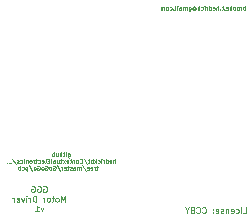
<source format=gbo>
G04 #@! TF.FileFunction,Legend,Bot*
%FSLAX46Y46*%
G04 Gerber Fmt 4.6, Leading zero omitted, Abs format (unit mm)*
G04 Created by KiCad (PCBNEW (2015-01-29 BZR 5396)-product) date 7/20/2015 11:15:25 PM*
%MOMM*%
G01*
G04 APERTURE LIST*
%ADD10C,0.100000*%
%ADD11C,0.125000*%
%ADD12C,0.087500*%
G04 APERTURE END LIST*
D10*
D11*
X149199522Y-114956190D02*
X149437617Y-114956190D01*
X149437617Y-114456190D01*
X149032855Y-114956190D02*
X149032855Y-114622857D01*
X149032855Y-114456190D02*
X149056665Y-114480000D01*
X149032855Y-114503810D01*
X149009046Y-114480000D01*
X149032855Y-114456190D01*
X149032855Y-114503810D01*
X148580475Y-114932381D02*
X148628094Y-114956190D01*
X148723332Y-114956190D01*
X148770951Y-114932381D01*
X148794760Y-114908571D01*
X148818570Y-114860952D01*
X148818570Y-114718095D01*
X148794760Y-114670476D01*
X148770951Y-114646667D01*
X148723332Y-114622857D01*
X148628094Y-114622857D01*
X148580475Y-114646667D01*
X148175713Y-114932381D02*
X148223332Y-114956190D01*
X148318570Y-114956190D01*
X148366189Y-114932381D01*
X148389999Y-114884762D01*
X148389999Y-114694286D01*
X148366189Y-114646667D01*
X148318570Y-114622857D01*
X148223332Y-114622857D01*
X148175713Y-114646667D01*
X148151904Y-114694286D01*
X148151904Y-114741905D01*
X148389999Y-114789524D01*
X147937618Y-114622857D02*
X147937618Y-114956190D01*
X147937618Y-114670476D02*
X147913809Y-114646667D01*
X147866190Y-114622857D01*
X147794761Y-114622857D01*
X147747142Y-114646667D01*
X147723333Y-114694286D01*
X147723333Y-114956190D01*
X147509047Y-114932381D02*
X147461428Y-114956190D01*
X147366190Y-114956190D01*
X147318571Y-114932381D01*
X147294761Y-114884762D01*
X147294761Y-114860952D01*
X147318571Y-114813333D01*
X147366190Y-114789524D01*
X147437618Y-114789524D01*
X147485237Y-114765714D01*
X147509047Y-114718095D01*
X147509047Y-114694286D01*
X147485237Y-114646667D01*
X147437618Y-114622857D01*
X147366190Y-114622857D01*
X147318571Y-114646667D01*
X146889999Y-114932381D02*
X146937618Y-114956190D01*
X147032856Y-114956190D01*
X147080475Y-114932381D01*
X147104285Y-114884762D01*
X147104285Y-114694286D01*
X147080475Y-114646667D01*
X147032856Y-114622857D01*
X146937618Y-114622857D01*
X146889999Y-114646667D01*
X146866190Y-114694286D01*
X146866190Y-114741905D01*
X147104285Y-114789524D01*
X146651904Y-114908571D02*
X146628095Y-114932381D01*
X146651904Y-114956190D01*
X146675714Y-114932381D01*
X146651904Y-114908571D01*
X146651904Y-114956190D01*
X146651904Y-114646667D02*
X146628095Y-114670476D01*
X146651904Y-114694286D01*
X146675714Y-114670476D01*
X146651904Y-114646667D01*
X146651904Y-114694286D01*
X145747143Y-114908571D02*
X145770953Y-114932381D01*
X145842381Y-114956190D01*
X145890000Y-114956190D01*
X145961429Y-114932381D01*
X146009048Y-114884762D01*
X146032857Y-114837143D01*
X146056667Y-114741905D01*
X146056667Y-114670476D01*
X146032857Y-114575238D01*
X146009048Y-114527619D01*
X145961429Y-114480000D01*
X145890000Y-114456190D01*
X145842381Y-114456190D01*
X145770953Y-114480000D01*
X145747143Y-114503810D01*
X145247143Y-114908571D02*
X145270953Y-114932381D01*
X145342381Y-114956190D01*
X145390000Y-114956190D01*
X145461429Y-114932381D01*
X145509048Y-114884762D01*
X145532857Y-114837143D01*
X145556667Y-114741905D01*
X145556667Y-114670476D01*
X145532857Y-114575238D01*
X145509048Y-114527619D01*
X145461429Y-114480000D01*
X145390000Y-114456190D01*
X145342381Y-114456190D01*
X145270953Y-114480000D01*
X145247143Y-114503810D01*
X144866191Y-114694286D02*
X144794762Y-114718095D01*
X144770953Y-114741905D01*
X144747143Y-114789524D01*
X144747143Y-114860952D01*
X144770953Y-114908571D01*
X144794762Y-114932381D01*
X144842381Y-114956190D01*
X145032857Y-114956190D01*
X145032857Y-114456190D01*
X144866191Y-114456190D01*
X144818572Y-114480000D01*
X144794762Y-114503810D01*
X144770953Y-114551429D01*
X144770953Y-114599048D01*
X144794762Y-114646667D01*
X144818572Y-114670476D01*
X144866191Y-114694286D01*
X145032857Y-114694286D01*
X144437619Y-114718095D02*
X144437619Y-114956190D01*
X144604286Y-114456190D02*
X144437619Y-114718095D01*
X144270953Y-114456190D01*
D12*
X134353334Y-109907500D02*
X134353334Y-110190833D01*
X134370000Y-110224167D01*
X134386667Y-110240833D01*
X134420000Y-110257500D01*
X134470000Y-110257500D01*
X134503334Y-110240833D01*
X134353334Y-110124167D02*
X134386667Y-110140833D01*
X134453334Y-110140833D01*
X134486667Y-110124167D01*
X134503334Y-110107500D01*
X134520000Y-110074167D01*
X134520000Y-109974167D01*
X134503334Y-109940833D01*
X134486667Y-109924167D01*
X134453334Y-109907500D01*
X134386667Y-109907500D01*
X134353334Y-109924167D01*
X134186667Y-110140833D02*
X134186667Y-109907500D01*
X134186667Y-109790833D02*
X134203333Y-109807500D01*
X134186667Y-109824167D01*
X134170000Y-109807500D01*
X134186667Y-109790833D01*
X134186667Y-109824167D01*
X134070000Y-109907500D02*
X133936666Y-109907500D01*
X134020000Y-109790833D02*
X134020000Y-110090833D01*
X134003333Y-110124167D01*
X133970000Y-110140833D01*
X133936666Y-110140833D01*
X133820000Y-110140833D02*
X133820000Y-109790833D01*
X133670000Y-110140833D02*
X133670000Y-109957500D01*
X133686666Y-109924167D01*
X133720000Y-109907500D01*
X133770000Y-109907500D01*
X133803333Y-109924167D01*
X133820000Y-109940833D01*
X133353333Y-109907500D02*
X133353333Y-110140833D01*
X133503333Y-109907500D02*
X133503333Y-110090833D01*
X133486666Y-110124167D01*
X133453333Y-110140833D01*
X133403333Y-110140833D01*
X133369999Y-110124167D01*
X133353333Y-110107500D01*
X133186666Y-110140833D02*
X133186666Y-109790833D01*
X133186666Y-109924167D02*
X133153332Y-109907500D01*
X133086666Y-109907500D01*
X133053332Y-109924167D01*
X133036666Y-109940833D01*
X133019999Y-109974167D01*
X133019999Y-110074167D01*
X133036666Y-110107500D01*
X133053332Y-110124167D01*
X133086666Y-110140833D01*
X133153332Y-110140833D01*
X133186666Y-110124167D01*
X138353336Y-110718333D02*
X138353336Y-110368333D01*
X138203336Y-110718333D02*
X138203336Y-110535000D01*
X138220002Y-110501667D01*
X138253336Y-110485000D01*
X138303336Y-110485000D01*
X138336669Y-110501667D01*
X138353336Y-110518333D01*
X137903335Y-110701667D02*
X137936669Y-110718333D01*
X138003335Y-110718333D01*
X138036669Y-110701667D01*
X138053335Y-110668333D01*
X138053335Y-110535000D01*
X138036669Y-110501667D01*
X138003335Y-110485000D01*
X137936669Y-110485000D01*
X137903335Y-110501667D01*
X137886669Y-110535000D01*
X137886669Y-110568333D01*
X138053335Y-110601667D01*
X137586669Y-110718333D02*
X137586669Y-110368333D01*
X137586669Y-110701667D02*
X137620002Y-110718333D01*
X137686669Y-110718333D01*
X137720002Y-110701667D01*
X137736669Y-110685000D01*
X137753335Y-110651667D01*
X137753335Y-110551667D01*
X137736669Y-110518333D01*
X137720002Y-110501667D01*
X137686669Y-110485000D01*
X137620002Y-110485000D01*
X137586669Y-110501667D01*
X137420002Y-110718333D02*
X137420002Y-110485000D01*
X137420002Y-110551667D02*
X137403335Y-110518333D01*
X137386668Y-110501667D01*
X137353335Y-110485000D01*
X137320002Y-110485000D01*
X137203335Y-110718333D02*
X137203335Y-110485000D01*
X137203335Y-110368333D02*
X137220001Y-110385000D01*
X137203335Y-110401667D01*
X137186668Y-110385000D01*
X137203335Y-110368333D01*
X137203335Y-110401667D01*
X136886668Y-110701667D02*
X136920001Y-110718333D01*
X136986668Y-110718333D01*
X137020001Y-110701667D01*
X137036668Y-110685000D01*
X137053334Y-110651667D01*
X137053334Y-110551667D01*
X137036668Y-110518333D01*
X137020001Y-110501667D01*
X136986668Y-110485000D01*
X136920001Y-110485000D01*
X136886668Y-110501667D01*
X136736668Y-110718333D02*
X136736668Y-110368333D01*
X136703334Y-110585000D02*
X136603334Y-110718333D01*
X136603334Y-110485000D02*
X136736668Y-110618333D01*
X136453335Y-110718333D02*
X136453335Y-110368333D01*
X136453335Y-110501667D02*
X136420001Y-110485000D01*
X136353335Y-110485000D01*
X136320001Y-110501667D01*
X136303335Y-110518333D01*
X136286668Y-110551667D01*
X136286668Y-110651667D01*
X136303335Y-110685000D01*
X136320001Y-110701667D01*
X136353335Y-110718333D01*
X136420001Y-110718333D01*
X136453335Y-110701667D01*
X136186668Y-110485000D02*
X136053334Y-110485000D01*
X136136668Y-110368333D02*
X136136668Y-110668333D01*
X136120001Y-110701667D01*
X136086668Y-110718333D01*
X136053334Y-110718333D01*
X135686668Y-110351667D02*
X135986668Y-110801667D01*
X135370001Y-110685000D02*
X135386667Y-110701667D01*
X135436667Y-110718333D01*
X135470001Y-110718333D01*
X135520001Y-110701667D01*
X135553334Y-110668333D01*
X135570001Y-110635000D01*
X135586667Y-110568333D01*
X135586667Y-110518333D01*
X135570001Y-110451667D01*
X135553334Y-110418333D01*
X135520001Y-110385000D01*
X135470001Y-110368333D01*
X135436667Y-110368333D01*
X135386667Y-110385000D01*
X135370001Y-110401667D01*
X135170001Y-110718333D02*
X135203334Y-110701667D01*
X135220001Y-110685000D01*
X135236667Y-110651667D01*
X135236667Y-110551667D01*
X135220001Y-110518333D01*
X135203334Y-110501667D01*
X135170001Y-110485000D01*
X135120001Y-110485000D01*
X135086667Y-110501667D01*
X135070001Y-110518333D01*
X135053334Y-110551667D01*
X135053334Y-110651667D01*
X135070001Y-110685000D01*
X135086667Y-110701667D01*
X135120001Y-110718333D01*
X135170001Y-110718333D01*
X134903334Y-110485000D02*
X134903334Y-110718333D01*
X134903334Y-110518333D02*
X134886667Y-110501667D01*
X134853334Y-110485000D01*
X134803334Y-110485000D01*
X134770000Y-110501667D01*
X134753334Y-110535000D01*
X134753334Y-110718333D01*
X134636667Y-110485000D02*
X134503333Y-110485000D01*
X134586667Y-110368333D02*
X134586667Y-110668333D01*
X134570000Y-110701667D01*
X134536667Y-110718333D01*
X134503333Y-110718333D01*
X134253333Y-110701667D02*
X134286667Y-110718333D01*
X134353333Y-110718333D01*
X134386667Y-110701667D01*
X134403333Y-110668333D01*
X134403333Y-110535000D01*
X134386667Y-110501667D01*
X134353333Y-110485000D01*
X134286667Y-110485000D01*
X134253333Y-110501667D01*
X134236667Y-110535000D01*
X134236667Y-110568333D01*
X134403333Y-110601667D01*
X134120000Y-110718333D02*
X133936667Y-110485000D01*
X134120000Y-110485000D02*
X133936667Y-110718333D01*
X133853334Y-110485000D02*
X133720000Y-110485000D01*
X133803334Y-110368333D02*
X133803334Y-110668333D01*
X133786667Y-110701667D01*
X133753334Y-110718333D01*
X133720000Y-110718333D01*
X133453334Y-110485000D02*
X133453334Y-110718333D01*
X133603334Y-110485000D02*
X133603334Y-110668333D01*
X133586667Y-110701667D01*
X133553334Y-110718333D01*
X133503334Y-110718333D01*
X133470000Y-110701667D01*
X133453334Y-110685000D01*
X133136667Y-110718333D02*
X133136667Y-110535000D01*
X133153333Y-110501667D01*
X133186667Y-110485000D01*
X133253333Y-110485000D01*
X133286667Y-110501667D01*
X133136667Y-110701667D02*
X133170000Y-110718333D01*
X133253333Y-110718333D01*
X133286667Y-110701667D01*
X133303333Y-110668333D01*
X133303333Y-110635000D01*
X133286667Y-110601667D01*
X133253333Y-110585000D01*
X133170000Y-110585000D01*
X133136667Y-110568333D01*
X132920000Y-110718333D02*
X132953333Y-110701667D01*
X132970000Y-110668333D01*
X132970000Y-110368333D01*
X132786667Y-110535000D02*
X132670000Y-110535000D01*
X132620000Y-110718333D02*
X132786667Y-110718333D01*
X132786667Y-110368333D01*
X132620000Y-110368333D01*
X132420000Y-110718333D02*
X132453333Y-110701667D01*
X132470000Y-110668333D01*
X132470000Y-110368333D01*
X132153333Y-110701667D02*
X132186667Y-110718333D01*
X132253333Y-110718333D01*
X132286667Y-110701667D01*
X132303333Y-110668333D01*
X132303333Y-110535000D01*
X132286667Y-110501667D01*
X132253333Y-110485000D01*
X132186667Y-110485000D01*
X132153333Y-110501667D01*
X132136667Y-110535000D01*
X132136667Y-110568333D01*
X132303333Y-110601667D01*
X131836667Y-110701667D02*
X131870000Y-110718333D01*
X131936667Y-110718333D01*
X131970000Y-110701667D01*
X131986667Y-110685000D01*
X132003333Y-110651667D01*
X132003333Y-110551667D01*
X131986667Y-110518333D01*
X131970000Y-110501667D01*
X131936667Y-110485000D01*
X131870000Y-110485000D01*
X131836667Y-110501667D01*
X131736667Y-110485000D02*
X131603333Y-110485000D01*
X131686667Y-110368333D02*
X131686667Y-110668333D01*
X131670000Y-110701667D01*
X131636667Y-110718333D01*
X131603333Y-110718333D01*
X131486667Y-110718333D02*
X131486667Y-110485000D01*
X131486667Y-110551667D02*
X131470000Y-110518333D01*
X131453333Y-110501667D01*
X131420000Y-110485000D01*
X131386667Y-110485000D01*
X131220000Y-110718333D02*
X131253333Y-110701667D01*
X131270000Y-110685000D01*
X131286666Y-110651667D01*
X131286666Y-110551667D01*
X131270000Y-110518333D01*
X131253333Y-110501667D01*
X131220000Y-110485000D01*
X131170000Y-110485000D01*
X131136666Y-110501667D01*
X131120000Y-110518333D01*
X131103333Y-110551667D01*
X131103333Y-110651667D01*
X131120000Y-110685000D01*
X131136666Y-110701667D01*
X131170000Y-110718333D01*
X131220000Y-110718333D01*
X130953333Y-110485000D02*
X130953333Y-110718333D01*
X130953333Y-110518333D02*
X130936666Y-110501667D01*
X130903333Y-110485000D01*
X130853333Y-110485000D01*
X130819999Y-110501667D01*
X130803333Y-110535000D01*
X130803333Y-110718333D01*
X130636666Y-110718333D02*
X130636666Y-110485000D01*
X130636666Y-110368333D02*
X130653332Y-110385000D01*
X130636666Y-110401667D01*
X130619999Y-110385000D01*
X130636666Y-110368333D01*
X130636666Y-110401667D01*
X130319999Y-110701667D02*
X130353332Y-110718333D01*
X130419999Y-110718333D01*
X130453332Y-110701667D01*
X130469999Y-110685000D01*
X130486665Y-110651667D01*
X130486665Y-110551667D01*
X130469999Y-110518333D01*
X130453332Y-110501667D01*
X130419999Y-110485000D01*
X130353332Y-110485000D01*
X130319999Y-110501667D01*
X130186665Y-110701667D02*
X130153332Y-110718333D01*
X130086665Y-110718333D01*
X130053332Y-110701667D01*
X130036665Y-110668333D01*
X130036665Y-110651667D01*
X130053332Y-110618333D01*
X130086665Y-110601667D01*
X130136665Y-110601667D01*
X130169999Y-110585000D01*
X130186665Y-110551667D01*
X130186665Y-110535000D01*
X130169999Y-110501667D01*
X130136665Y-110485000D01*
X130086665Y-110485000D01*
X130053332Y-110501667D01*
X129636666Y-110351667D02*
X129936666Y-110801667D01*
X129519999Y-110685000D02*
X129503332Y-110701667D01*
X129519999Y-110718333D01*
X129536665Y-110701667D01*
X129519999Y-110685000D01*
X129519999Y-110718333D01*
X129353332Y-110685000D02*
X129336665Y-110701667D01*
X129353332Y-110718333D01*
X129369998Y-110701667D01*
X129353332Y-110685000D01*
X129353332Y-110718333D01*
X129186665Y-110685000D02*
X129169998Y-110701667D01*
X129186665Y-110718333D01*
X129203331Y-110701667D01*
X129186665Y-110685000D01*
X129186665Y-110718333D01*
X136886668Y-111062500D02*
X136753334Y-111062500D01*
X136836668Y-110945833D02*
X136836668Y-111245833D01*
X136820001Y-111279167D01*
X136786668Y-111295833D01*
X136753334Y-111295833D01*
X136636668Y-111295833D02*
X136636668Y-111062500D01*
X136636668Y-111129167D02*
X136620001Y-111095833D01*
X136603334Y-111079167D01*
X136570001Y-111062500D01*
X136536668Y-111062500D01*
X136286667Y-111279167D02*
X136320001Y-111295833D01*
X136386667Y-111295833D01*
X136420001Y-111279167D01*
X136436667Y-111245833D01*
X136436667Y-111112500D01*
X136420001Y-111079167D01*
X136386667Y-111062500D01*
X136320001Y-111062500D01*
X136286667Y-111079167D01*
X136270001Y-111112500D01*
X136270001Y-111145833D01*
X136436667Y-111179167D01*
X135986667Y-111279167D02*
X136020001Y-111295833D01*
X136086667Y-111295833D01*
X136120001Y-111279167D01*
X136136667Y-111245833D01*
X136136667Y-111112500D01*
X136120001Y-111079167D01*
X136086667Y-111062500D01*
X136020001Y-111062500D01*
X135986667Y-111079167D01*
X135970001Y-111112500D01*
X135970001Y-111145833D01*
X136136667Y-111179167D01*
X135570001Y-110929167D02*
X135870001Y-111379167D01*
X135453334Y-111295833D02*
X135453334Y-111062500D01*
X135453334Y-111095833D02*
X135436667Y-111079167D01*
X135403334Y-111062500D01*
X135353334Y-111062500D01*
X135320000Y-111079167D01*
X135303334Y-111112500D01*
X135303334Y-111295833D01*
X135303334Y-111112500D02*
X135286667Y-111079167D01*
X135253334Y-111062500D01*
X135203334Y-111062500D01*
X135170000Y-111079167D01*
X135153334Y-111112500D01*
X135153334Y-111295833D01*
X134836667Y-111295833D02*
X134836667Y-111112500D01*
X134853333Y-111079167D01*
X134886667Y-111062500D01*
X134953333Y-111062500D01*
X134986667Y-111079167D01*
X134836667Y-111279167D02*
X134870000Y-111295833D01*
X134953333Y-111295833D01*
X134986667Y-111279167D01*
X135003333Y-111245833D01*
X135003333Y-111212500D01*
X134986667Y-111179167D01*
X134953333Y-111162500D01*
X134870000Y-111162500D01*
X134836667Y-111145833D01*
X134686666Y-111279167D02*
X134653333Y-111295833D01*
X134586666Y-111295833D01*
X134553333Y-111279167D01*
X134536666Y-111245833D01*
X134536666Y-111229167D01*
X134553333Y-111195833D01*
X134586666Y-111179167D01*
X134636666Y-111179167D01*
X134670000Y-111162500D01*
X134686666Y-111129167D01*
X134686666Y-111112500D01*
X134670000Y-111079167D01*
X134636666Y-111062500D01*
X134586666Y-111062500D01*
X134553333Y-111079167D01*
X134436667Y-111062500D02*
X134303333Y-111062500D01*
X134386667Y-110945833D02*
X134386667Y-111245833D01*
X134370000Y-111279167D01*
X134336667Y-111295833D01*
X134303333Y-111295833D01*
X134053333Y-111279167D02*
X134086667Y-111295833D01*
X134153333Y-111295833D01*
X134186667Y-111279167D01*
X134203333Y-111245833D01*
X134203333Y-111112500D01*
X134186667Y-111079167D01*
X134153333Y-111062500D01*
X134086667Y-111062500D01*
X134053333Y-111079167D01*
X134036667Y-111112500D01*
X134036667Y-111145833D01*
X134203333Y-111179167D01*
X133886667Y-111295833D02*
X133886667Y-111062500D01*
X133886667Y-111129167D02*
X133870000Y-111095833D01*
X133853333Y-111079167D01*
X133820000Y-111062500D01*
X133786667Y-111062500D01*
X133420000Y-110929167D02*
X133720000Y-111379167D01*
X133119999Y-110962500D02*
X133153333Y-110945833D01*
X133203333Y-110945833D01*
X133253333Y-110962500D01*
X133286666Y-110995833D01*
X133303333Y-111029167D01*
X133319999Y-111095833D01*
X133319999Y-111145833D01*
X133303333Y-111212500D01*
X133286666Y-111245833D01*
X133253333Y-111279167D01*
X133203333Y-111295833D01*
X133169999Y-111295833D01*
X133119999Y-111279167D01*
X133103333Y-111262500D01*
X133103333Y-111145833D01*
X133169999Y-111145833D01*
X132903333Y-111295833D02*
X132936666Y-111279167D01*
X132953333Y-111262500D01*
X132969999Y-111229167D01*
X132969999Y-111129167D01*
X132953333Y-111095833D01*
X132936666Y-111079167D01*
X132903333Y-111062500D01*
X132853333Y-111062500D01*
X132819999Y-111079167D01*
X132803333Y-111095833D01*
X132786666Y-111129167D01*
X132786666Y-111229167D01*
X132803333Y-111262500D01*
X132819999Y-111279167D01*
X132853333Y-111295833D01*
X132903333Y-111295833D01*
X132453332Y-110962500D02*
X132486666Y-110945833D01*
X132536666Y-110945833D01*
X132586666Y-110962500D01*
X132619999Y-110995833D01*
X132636666Y-111029167D01*
X132653332Y-111095833D01*
X132653332Y-111145833D01*
X132636666Y-111212500D01*
X132619999Y-111245833D01*
X132586666Y-111279167D01*
X132536666Y-111295833D01*
X132503332Y-111295833D01*
X132453332Y-111279167D01*
X132436666Y-111262500D01*
X132436666Y-111145833D01*
X132503332Y-111145833D01*
X132236666Y-111295833D02*
X132269999Y-111279167D01*
X132286666Y-111262500D01*
X132303332Y-111229167D01*
X132303332Y-111129167D01*
X132286666Y-111095833D01*
X132269999Y-111079167D01*
X132236666Y-111062500D01*
X132186666Y-111062500D01*
X132153332Y-111079167D01*
X132136666Y-111095833D01*
X132119999Y-111129167D01*
X132119999Y-111229167D01*
X132136666Y-111262500D01*
X132153332Y-111279167D01*
X132186666Y-111295833D01*
X132236666Y-111295833D01*
X131786665Y-110962500D02*
X131819999Y-110945833D01*
X131869999Y-110945833D01*
X131919999Y-110962500D01*
X131953332Y-110995833D01*
X131969999Y-111029167D01*
X131986665Y-111095833D01*
X131986665Y-111145833D01*
X131969999Y-111212500D01*
X131953332Y-111245833D01*
X131919999Y-111279167D01*
X131869999Y-111295833D01*
X131836665Y-111295833D01*
X131786665Y-111279167D01*
X131769999Y-111262500D01*
X131769999Y-111145833D01*
X131836665Y-111145833D01*
X131569999Y-111295833D02*
X131603332Y-111279167D01*
X131619999Y-111262500D01*
X131636665Y-111229167D01*
X131636665Y-111129167D01*
X131619999Y-111095833D01*
X131603332Y-111079167D01*
X131569999Y-111062500D01*
X131519999Y-111062500D01*
X131486665Y-111079167D01*
X131469999Y-111095833D01*
X131453332Y-111129167D01*
X131453332Y-111229167D01*
X131469999Y-111262500D01*
X131486665Y-111279167D01*
X131519999Y-111295833D01*
X131569999Y-111295833D01*
X131053332Y-110929167D02*
X131353332Y-111379167D01*
X130936665Y-111062500D02*
X130936665Y-111412500D01*
X130936665Y-111079167D02*
X130903331Y-111062500D01*
X130836665Y-111062500D01*
X130803331Y-111079167D01*
X130786665Y-111095833D01*
X130769998Y-111129167D01*
X130769998Y-111229167D01*
X130786665Y-111262500D01*
X130803331Y-111279167D01*
X130836665Y-111295833D01*
X130903331Y-111295833D01*
X130936665Y-111279167D01*
X130469998Y-111279167D02*
X130503331Y-111295833D01*
X130569998Y-111295833D01*
X130603331Y-111279167D01*
X130619998Y-111262500D01*
X130636664Y-111229167D01*
X130636664Y-111129167D01*
X130619998Y-111095833D01*
X130603331Y-111079167D01*
X130569998Y-111062500D01*
X130503331Y-111062500D01*
X130469998Y-111079167D01*
X130319998Y-111295833D02*
X130319998Y-110945833D01*
X130319998Y-111079167D02*
X130286664Y-111062500D01*
X130219998Y-111062500D01*
X130186664Y-111079167D01*
X130169998Y-111095833D01*
X130153331Y-111129167D01*
X130153331Y-111229167D01*
X130169998Y-111262500D01*
X130186664Y-111279167D01*
X130219998Y-111295833D01*
X130286664Y-111295833D01*
X130319998Y-111279167D01*
X149373336Y-97748333D02*
X149373336Y-97398333D01*
X149373336Y-97531667D02*
X149340002Y-97515000D01*
X149273336Y-97515000D01*
X149240002Y-97531667D01*
X149223336Y-97548333D01*
X149206669Y-97581667D01*
X149206669Y-97681667D01*
X149223336Y-97715000D01*
X149240002Y-97731667D01*
X149273336Y-97748333D01*
X149340002Y-97748333D01*
X149373336Y-97731667D01*
X149056669Y-97748333D02*
X149056669Y-97515000D01*
X149056669Y-97581667D02*
X149040002Y-97548333D01*
X149023335Y-97531667D01*
X148990002Y-97515000D01*
X148956669Y-97515000D01*
X148790002Y-97748333D02*
X148823335Y-97731667D01*
X148840002Y-97715000D01*
X148856668Y-97681667D01*
X148856668Y-97581667D01*
X148840002Y-97548333D01*
X148823335Y-97531667D01*
X148790002Y-97515000D01*
X148740002Y-97515000D01*
X148706668Y-97531667D01*
X148690002Y-97548333D01*
X148673335Y-97581667D01*
X148673335Y-97681667D01*
X148690002Y-97715000D01*
X148706668Y-97731667D01*
X148740002Y-97748333D01*
X148790002Y-97748333D01*
X148473335Y-97748333D02*
X148506668Y-97731667D01*
X148523335Y-97715000D01*
X148540001Y-97681667D01*
X148540001Y-97581667D01*
X148523335Y-97548333D01*
X148506668Y-97531667D01*
X148473335Y-97515000D01*
X148423335Y-97515000D01*
X148390001Y-97531667D01*
X148373335Y-97548333D01*
X148356668Y-97581667D01*
X148356668Y-97681667D01*
X148373335Y-97715000D01*
X148390001Y-97731667D01*
X148423335Y-97748333D01*
X148473335Y-97748333D01*
X148206668Y-97748333D02*
X148206668Y-97398333D01*
X148173334Y-97615000D02*
X148073334Y-97748333D01*
X148073334Y-97515000D02*
X148206668Y-97648333D01*
X147790001Y-97731667D02*
X147823335Y-97748333D01*
X147890001Y-97748333D01*
X147923335Y-97731667D01*
X147940001Y-97698333D01*
X147940001Y-97565000D01*
X147923335Y-97531667D01*
X147890001Y-97515000D01*
X147823335Y-97515000D01*
X147790001Y-97531667D01*
X147773335Y-97565000D01*
X147773335Y-97598333D01*
X147940001Y-97631667D01*
X147623335Y-97715000D02*
X147606668Y-97731667D01*
X147623335Y-97748333D01*
X147640001Y-97731667D01*
X147623335Y-97715000D01*
X147623335Y-97748333D01*
X147506668Y-97515000D02*
X147373334Y-97515000D01*
X147456668Y-97398333D02*
X147456668Y-97698333D01*
X147440001Y-97731667D01*
X147406668Y-97748333D01*
X147373334Y-97748333D01*
X147256668Y-97715000D02*
X147240001Y-97731667D01*
X147256668Y-97748333D01*
X147273334Y-97731667D01*
X147256668Y-97715000D01*
X147256668Y-97748333D01*
X147090001Y-97748333D02*
X147090001Y-97398333D01*
X146940001Y-97748333D02*
X146940001Y-97565000D01*
X146956667Y-97531667D01*
X146990001Y-97515000D01*
X147040001Y-97515000D01*
X147073334Y-97531667D01*
X147090001Y-97548333D01*
X146640000Y-97731667D02*
X146673334Y-97748333D01*
X146740000Y-97748333D01*
X146773334Y-97731667D01*
X146790000Y-97698333D01*
X146790000Y-97565000D01*
X146773334Y-97531667D01*
X146740000Y-97515000D01*
X146673334Y-97515000D01*
X146640000Y-97531667D01*
X146623334Y-97565000D01*
X146623334Y-97598333D01*
X146790000Y-97631667D01*
X146323334Y-97748333D02*
X146323334Y-97398333D01*
X146323334Y-97731667D02*
X146356667Y-97748333D01*
X146423334Y-97748333D01*
X146456667Y-97731667D01*
X146473334Y-97715000D01*
X146490000Y-97681667D01*
X146490000Y-97581667D01*
X146473334Y-97548333D01*
X146456667Y-97531667D01*
X146423334Y-97515000D01*
X146356667Y-97515000D01*
X146323334Y-97531667D01*
X146156667Y-97748333D02*
X146156667Y-97515000D01*
X146156667Y-97581667D02*
X146140000Y-97548333D01*
X146123333Y-97531667D01*
X146090000Y-97515000D01*
X146056667Y-97515000D01*
X145940000Y-97748333D02*
X145940000Y-97515000D01*
X145940000Y-97398333D02*
X145956666Y-97415000D01*
X145940000Y-97431667D01*
X145923333Y-97415000D01*
X145940000Y-97398333D01*
X145940000Y-97431667D01*
X145623333Y-97731667D02*
X145656666Y-97748333D01*
X145723333Y-97748333D01*
X145756666Y-97731667D01*
X145773333Y-97715000D01*
X145789999Y-97681667D01*
X145789999Y-97581667D01*
X145773333Y-97548333D01*
X145756666Y-97531667D01*
X145723333Y-97515000D01*
X145656666Y-97515000D01*
X145623333Y-97531667D01*
X145473333Y-97748333D02*
X145473333Y-97398333D01*
X145439999Y-97615000D02*
X145339999Y-97748333D01*
X145339999Y-97515000D02*
X145473333Y-97648333D01*
X144973333Y-97581667D02*
X144990000Y-97565000D01*
X145023333Y-97548333D01*
X145056666Y-97548333D01*
X145090000Y-97565000D01*
X145106666Y-97581667D01*
X145123333Y-97615000D01*
X145123333Y-97648333D01*
X145106666Y-97681667D01*
X145090000Y-97698333D01*
X145056666Y-97715000D01*
X145023333Y-97715000D01*
X144990000Y-97698333D01*
X144973333Y-97681667D01*
X144973333Y-97548333D02*
X144973333Y-97681667D01*
X144956666Y-97698333D01*
X144940000Y-97698333D01*
X144906666Y-97681667D01*
X144890000Y-97648333D01*
X144890000Y-97565000D01*
X144923333Y-97515000D01*
X144973333Y-97481667D01*
X145040000Y-97465000D01*
X145106666Y-97481667D01*
X145156666Y-97515000D01*
X145190000Y-97565000D01*
X145206666Y-97631667D01*
X145190000Y-97698333D01*
X145156666Y-97748333D01*
X145106666Y-97781667D01*
X145040000Y-97798333D01*
X144973333Y-97781667D01*
X144923333Y-97748333D01*
X144590000Y-97515000D02*
X144590000Y-97798333D01*
X144606666Y-97831667D01*
X144623333Y-97848333D01*
X144656666Y-97865000D01*
X144706666Y-97865000D01*
X144740000Y-97848333D01*
X144590000Y-97731667D02*
X144623333Y-97748333D01*
X144690000Y-97748333D01*
X144723333Y-97731667D01*
X144740000Y-97715000D01*
X144756666Y-97681667D01*
X144756666Y-97581667D01*
X144740000Y-97548333D01*
X144723333Y-97531667D01*
X144690000Y-97515000D01*
X144623333Y-97515000D01*
X144590000Y-97531667D01*
X144423333Y-97748333D02*
X144423333Y-97515000D01*
X144423333Y-97548333D02*
X144406666Y-97531667D01*
X144373333Y-97515000D01*
X144323333Y-97515000D01*
X144289999Y-97531667D01*
X144273333Y-97565000D01*
X144273333Y-97748333D01*
X144273333Y-97565000D02*
X144256666Y-97531667D01*
X144223333Y-97515000D01*
X144173333Y-97515000D01*
X144139999Y-97531667D01*
X144123333Y-97565000D01*
X144123333Y-97748333D01*
X143806666Y-97748333D02*
X143806666Y-97565000D01*
X143823332Y-97531667D01*
X143856666Y-97515000D01*
X143923332Y-97515000D01*
X143956666Y-97531667D01*
X143806666Y-97731667D02*
X143839999Y-97748333D01*
X143923332Y-97748333D01*
X143956666Y-97731667D01*
X143973332Y-97698333D01*
X143973332Y-97665000D01*
X143956666Y-97631667D01*
X143923332Y-97615000D01*
X143839999Y-97615000D01*
X143806666Y-97598333D01*
X143639999Y-97748333D02*
X143639999Y-97515000D01*
X143639999Y-97398333D02*
X143656665Y-97415000D01*
X143639999Y-97431667D01*
X143623332Y-97415000D01*
X143639999Y-97398333D01*
X143639999Y-97431667D01*
X143423332Y-97748333D02*
X143456665Y-97731667D01*
X143473332Y-97698333D01*
X143473332Y-97398333D01*
X143289999Y-97715000D02*
X143273332Y-97731667D01*
X143289999Y-97748333D01*
X143306665Y-97731667D01*
X143289999Y-97715000D01*
X143289999Y-97748333D01*
X142973332Y-97731667D02*
X143006665Y-97748333D01*
X143073332Y-97748333D01*
X143106665Y-97731667D01*
X143123332Y-97715000D01*
X143139998Y-97681667D01*
X143139998Y-97581667D01*
X143123332Y-97548333D01*
X143106665Y-97531667D01*
X143073332Y-97515000D01*
X143006665Y-97515000D01*
X142973332Y-97531667D01*
X142773332Y-97748333D02*
X142806665Y-97731667D01*
X142823332Y-97715000D01*
X142839998Y-97681667D01*
X142839998Y-97581667D01*
X142823332Y-97548333D01*
X142806665Y-97531667D01*
X142773332Y-97515000D01*
X142723332Y-97515000D01*
X142689998Y-97531667D01*
X142673332Y-97548333D01*
X142656665Y-97581667D01*
X142656665Y-97681667D01*
X142673332Y-97715000D01*
X142689998Y-97731667D01*
X142723332Y-97748333D01*
X142773332Y-97748333D01*
X142506665Y-97748333D02*
X142506665Y-97515000D01*
X142506665Y-97548333D02*
X142489998Y-97531667D01*
X142456665Y-97515000D01*
X142406665Y-97515000D01*
X142373331Y-97531667D01*
X142356665Y-97565000D01*
X142356665Y-97748333D01*
X142356665Y-97565000D02*
X142339998Y-97531667D01*
X142306665Y-97515000D01*
X142256665Y-97515000D01*
X142223331Y-97531667D01*
X142206665Y-97565000D01*
X142206665Y-97748333D01*
D11*
X132299048Y-112695000D02*
X132346667Y-112671190D01*
X132418095Y-112671190D01*
X132489524Y-112695000D01*
X132537143Y-112742619D01*
X132560952Y-112790238D01*
X132584762Y-112885476D01*
X132584762Y-112956905D01*
X132560952Y-113052143D01*
X132537143Y-113099762D01*
X132489524Y-113147381D01*
X132418095Y-113171190D01*
X132370476Y-113171190D01*
X132299048Y-113147381D01*
X132275238Y-113123571D01*
X132275238Y-112956905D01*
X132370476Y-112956905D01*
X131799048Y-112695000D02*
X131846667Y-112671190D01*
X131918095Y-112671190D01*
X131989524Y-112695000D01*
X132037143Y-112742619D01*
X132060952Y-112790238D01*
X132084762Y-112885476D01*
X132084762Y-112956905D01*
X132060952Y-113052143D01*
X132037143Y-113099762D01*
X131989524Y-113147381D01*
X131918095Y-113171190D01*
X131870476Y-113171190D01*
X131799048Y-113147381D01*
X131775238Y-113123571D01*
X131775238Y-112956905D01*
X131870476Y-112956905D01*
X131299048Y-112695000D02*
X131346667Y-112671190D01*
X131418095Y-112671190D01*
X131489524Y-112695000D01*
X131537143Y-112742619D01*
X131560952Y-112790238D01*
X131584762Y-112885476D01*
X131584762Y-112956905D01*
X131560952Y-113052143D01*
X131537143Y-113099762D01*
X131489524Y-113147381D01*
X131418095Y-113171190D01*
X131370476Y-113171190D01*
X131299048Y-113147381D01*
X131275238Y-113123571D01*
X131275238Y-112956905D01*
X131370476Y-112956905D01*
X134120475Y-113996190D02*
X134120475Y-113496190D01*
X133953809Y-113853333D01*
X133787142Y-113496190D01*
X133787142Y-113996190D01*
X133477618Y-113996190D02*
X133525237Y-113972381D01*
X133549046Y-113948571D01*
X133572856Y-113900952D01*
X133572856Y-113758095D01*
X133549046Y-113710476D01*
X133525237Y-113686667D01*
X133477618Y-113662857D01*
X133406189Y-113662857D01*
X133358570Y-113686667D01*
X133334761Y-113710476D01*
X133310951Y-113758095D01*
X133310951Y-113900952D01*
X133334761Y-113948571D01*
X133358570Y-113972381D01*
X133406189Y-113996190D01*
X133477618Y-113996190D01*
X133168094Y-113662857D02*
X132977618Y-113662857D01*
X133096665Y-113496190D02*
X133096665Y-113924762D01*
X133072856Y-113972381D01*
X133025237Y-113996190D01*
X132977618Y-113996190D01*
X132739523Y-113996190D02*
X132787142Y-113972381D01*
X132810951Y-113948571D01*
X132834761Y-113900952D01*
X132834761Y-113758095D01*
X132810951Y-113710476D01*
X132787142Y-113686667D01*
X132739523Y-113662857D01*
X132668094Y-113662857D01*
X132620475Y-113686667D01*
X132596666Y-113710476D01*
X132572856Y-113758095D01*
X132572856Y-113900952D01*
X132596666Y-113948571D01*
X132620475Y-113972381D01*
X132668094Y-113996190D01*
X132739523Y-113996190D01*
X132358570Y-113996190D02*
X132358570Y-113662857D01*
X132358570Y-113758095D02*
X132334761Y-113710476D01*
X132310951Y-113686667D01*
X132263332Y-113662857D01*
X132215713Y-113662857D01*
X131668094Y-113996190D02*
X131668094Y-113496190D01*
X131549047Y-113496190D01*
X131477618Y-113520000D01*
X131429999Y-113567619D01*
X131406190Y-113615238D01*
X131382380Y-113710476D01*
X131382380Y-113781905D01*
X131406190Y-113877143D01*
X131429999Y-113924762D01*
X131477618Y-113972381D01*
X131549047Y-113996190D01*
X131668094Y-113996190D01*
X131168094Y-113996190D02*
X131168094Y-113662857D01*
X131168094Y-113758095D02*
X131144285Y-113710476D01*
X131120475Y-113686667D01*
X131072856Y-113662857D01*
X131025237Y-113662857D01*
X130858570Y-113996190D02*
X130858570Y-113662857D01*
X130858570Y-113496190D02*
X130882380Y-113520000D01*
X130858570Y-113543810D01*
X130834761Y-113520000D01*
X130858570Y-113496190D01*
X130858570Y-113543810D01*
X130668094Y-113662857D02*
X130549047Y-113996190D01*
X130429999Y-113662857D01*
X130049047Y-113972381D02*
X130096666Y-113996190D01*
X130191904Y-113996190D01*
X130239523Y-113972381D01*
X130263333Y-113924762D01*
X130263333Y-113734286D01*
X130239523Y-113686667D01*
X130191904Y-113662857D01*
X130096666Y-113662857D01*
X130049047Y-113686667D01*
X130025238Y-113734286D01*
X130025238Y-113781905D01*
X130263333Y-113829524D01*
X129810952Y-113996190D02*
X129810952Y-113662857D01*
X129810952Y-113758095D02*
X129787143Y-113710476D01*
X129763333Y-113686667D01*
X129715714Y-113662857D01*
X129668095Y-113662857D01*
X132287142Y-114487857D02*
X132168095Y-114821190D01*
X132049047Y-114487857D01*
X131596667Y-114821190D02*
X131882381Y-114821190D01*
X131739524Y-114821190D02*
X131739524Y-114321190D01*
X131787143Y-114392619D01*
X131834762Y-114440238D01*
X131882381Y-114464048D01*
M02*

</source>
